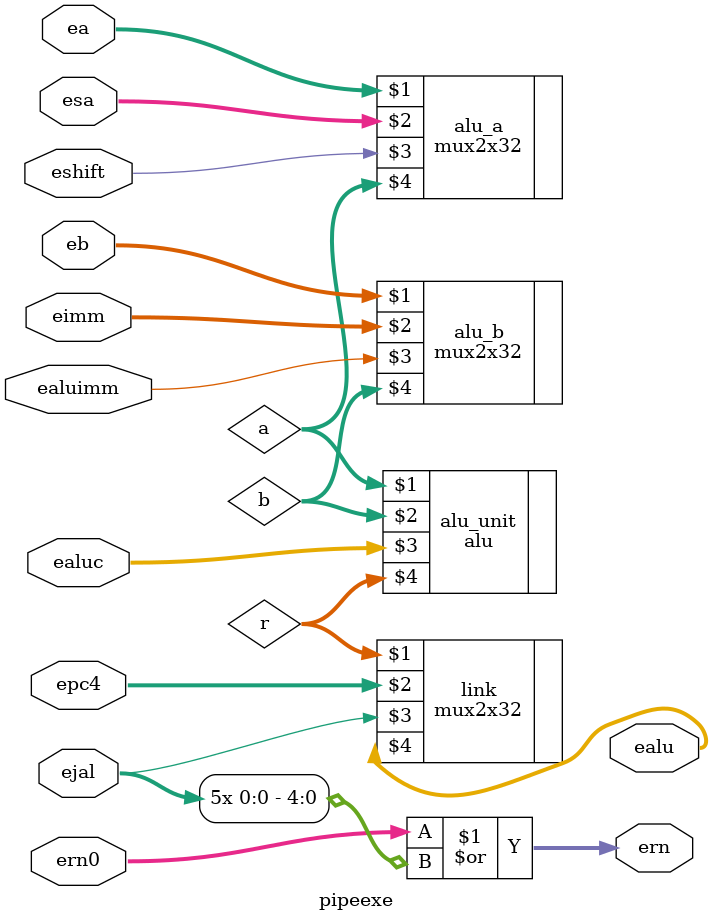
<source format=v>
module pipeexe(ealuc, ealuimm, ea, eb,
eimm, esa, eshift, ern0,epc4, ejal, ern, ealu);
					
	input [3:0] ealuc;
	input [31:0] ea, eb, eimm, epc4, esa;
	input [4:0] ern0;
	input ealuimm, eshift, ejal;
	output [31:0] ealu;
	output [4:0] ern;
	wire [31:0] a, b, r;
	alu alu_unit(a, b, ealuc, r);
	wire [4:0] ern = ern0 | {5{ejal}};
	mux2x32 alu_a(ea, esa, eshift, a);
	mux2x32 alu_b(eb, eimm, ealuimm, b);
	mux2x32 link(r, epc4, ejal, ealu);
	
endmodule

</source>
